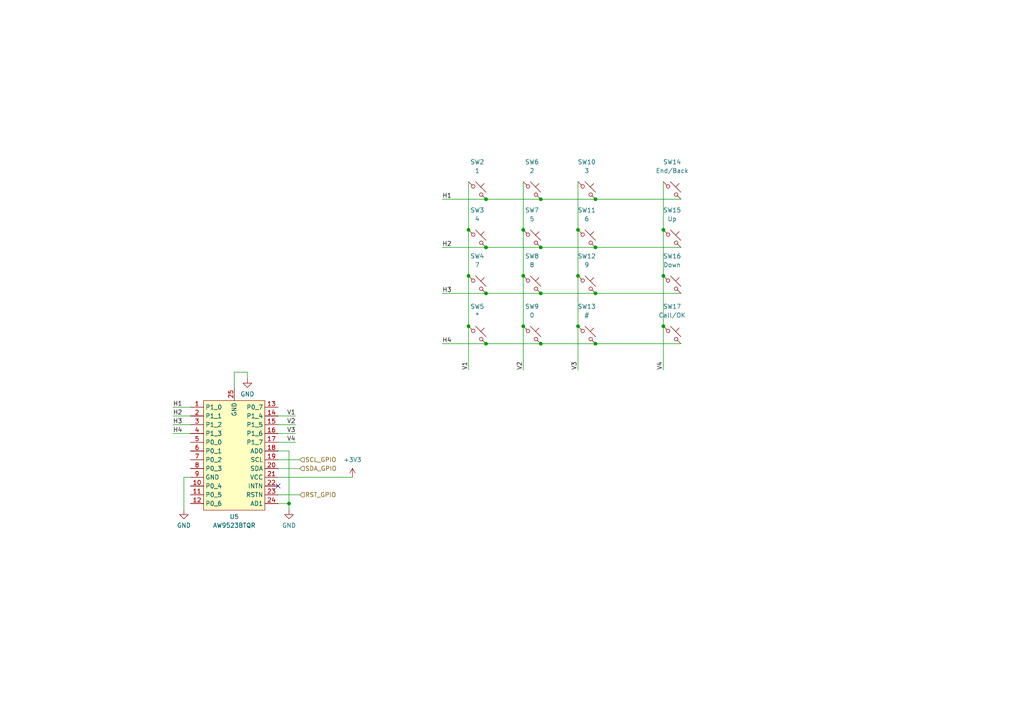
<source format=kicad_sch>
(kicad_sch (version 20211123) (generator eeschema)
  (paper "A4")
  (lib_symbols
    (symbol "JLCPCB:AW9523BTQR"
      (property "Reference" "U" (at 0 -17.145 0))
      (property "Value" "AW9523BTQR" (at 0 -19.685 0))
      (symbol "AW9523BTQR_0_1"
        (rectangle (start -8.89 16.51) (end 8.89 -15.24) (fill (type background)))
      )
      (symbol "AW9523BTQR_1_1"
        (pin passive line (at -12.7 14.605 0) (length 3.81) (name "P1_0") (number "1"))
        (pin passive line (at -12.7 -8.255 0) (length 3.81) (name "P0_4") (number "10"))
        (pin passive line (at -12.7 -10.795 0) (length 3.81) (name "P0_5") (number "11"))
        (pin passive line (at -12.7 -13.335 0) (length 3.81) (name "P0_6") (number "12"))
        (pin passive line (at 12.7 14.605 180) (length 3.81) (name "P0_7") (number "13"))
        (pin passive line (at 12.7 12.065 180) (length 3.81) (name "P1_4") (number "14"))
        (pin passive line (at 12.7 9.525 180) (length 3.81) (name "P1_5") (number "15"))
        (pin passive line (at 12.7 6.985 180) (length 3.81) (name "P1_6") (number "16"))
        (pin passive line (at 12.7 4.445 180) (length 3.81) (name "P1_7") (number "17"))
        (pin passive line (at 12.7 1.905 180) (length 3.81) (name "AD0") (number "18"))
        (pin passive line (at 12.7 -0.635 180) (length 3.81) (name "SCL") (number "19"))
        (pin passive line (at -12.7 12.065 0) (length 3.81) (name "P1_1") (number "2"))
        (pin passive line (at 12.7 -3.175 180) (length 3.81) (name "SDA") (number "20"))
        (pin passive line (at 12.7 -5.715 180) (length 3.81) (name "VCC") (number "21"))
        (pin passive line (at 12.7 -8.255 180) (length 3.81) (name "INTN") (number "22"))
        (pin passive line (at 12.7 -10.795 180) (length 3.81) (name "RSTN") (number "23"))
        (pin passive line (at 12.7 -13.335 180) (length 3.81) (name "AD1") (number "24"))
        (pin passive line (at 0 20.32 270) (length 3.81) (name "GND") (number "25"))
        (pin passive line (at -12.7 9.525 0) (length 3.81) (name "P1_2") (number "3"))
        (pin passive line (at -12.7 6.985 0) (length 3.81) (name "P1_3") (number "4"))
        (pin passive line (at -12.7 4.445 0) (length 3.81) (name "P0_0") (number "5"))
        (pin passive line (at -12.7 1.905 0) (length 3.81) (name "P0_1") (number "6"))
        (pin passive line (at -12.7 -0.635 0) (length 3.81) (name "P0_2") (number "7"))
        (pin passive line (at -12.7 -3.175 0) (length 3.81) (name "P0_3") (number "8"))
        (pin passive line (at -12.7 -5.715 0) (length 3.81) (name "GND") (number "9"))
      )
    )
    (symbol "Switch:SW_Push_45deg" (pin_numbers hide) (pin_names (offset 1.016) hide)
      (property "Reference" "SW" (at 3.048 1.016 0))
      (property "Value" "SW_Push_45deg" (at 0 -3.81 0))
      (symbol "SW_Push_45deg_0_1"
        (circle (center -1.1684 1.1684) (radius 0.508))
        (polyline (pts (xy -0.508 2.54) (xy 2.54 -0.508)))
        (polyline (pts (xy 1.016 1.016) (xy 2.032 2.032)))
        (polyline (pts (xy -2.54 2.54) (xy -1.524 1.524) (xy -1.524 1.524)))
        (polyline (pts (xy 1.524 -1.524) (xy 2.54 -2.54) (xy 2.54 -2.54) (xy 2.54 -2.54)))
        (circle (center 1.143 -1.1938) (radius 0.508))
        (pin passive line (at -2.54 2.54 0) (length 0) (name "1") (number "1"))
        (pin passive line (at 2.54 -2.54 180) (length 0) (name "2") (number "2"))
      )
    )
    (symbol "power:+3V3" (power) (pin_names (offset 0))
      (property "Value" "+3V3" (at 0 3.556 0))
      (symbol "+3V3_0_1"
        (polyline (pts (xy -0.762 1.27) (xy 0 2.54)))
        (polyline (pts (xy 0 0) (xy 0 2.54)))
        (polyline (pts (xy 0 2.54) (xy 0.762 1.27)))
      )
      (symbol "+3V3_1_1"
        (pin power_in line (at 0 0 90) (length 0) hide (name "+3V3") (number "1"))
      )
    )
    (symbol "power:GND" (power) (pin_names (offset 0))
      (property "Value" "GND" (at 0 -3.81 0))
      (symbol "GND_0_1"
        (polyline (pts (xy 0 0) (xy 0 -1.27) (xy 1.27 -1.27) (xy 0 -2.54) (xy -1.27 -1.27) (xy 0 -1.27)))
      )
      (symbol "GND_1_1"
        (pin power_in line (at 0 0 270) (length 0) hide (name "GND") (number "1"))
      )
    )
  )
  (junction (at 140.97 85.09))
  (junction (at 156.845 99.695))
  (junction (at 135.89 94.615))
  (junction (at 140.97 71.755))
  (junction (at 167.64 80.01))
  (junction (at 83.82 146.05))
  (junction (at 135.89 80.01))
  (junction (at 140.97 57.785))
  (junction (at 135.89 66.675))
  (junction (at 192.405 94.615))
  (junction (at 172.72 99.695))
  (junction (at 172.72 85.09))
  (junction (at 192.405 80.01))
  (junction (at 156.845 85.09))
  (junction (at 167.64 94.615))
  (junction (at 172.72 57.785))
  (junction (at 151.765 66.675))
  (junction (at 172.72 71.755))
  (junction (at 167.64 66.675))
  (junction (at 151.765 80.01))
  (junction (at 192.405 66.675))
  (junction (at 156.845 57.785))
  (junction (at 156.845 71.755))
  (junction (at 140.97 99.695))
  (junction (at 151.765 94.615))
  (no_connect (at 80.645 140.97))
  (wire (pts (xy 67.945 107.95) (xy 67.945 112.395)))
  (wire (pts (xy 80.645 123.19) (xy 85.725 123.19)))
  (wire (pts (xy 128.27 57.785) (xy 140.97 57.785)))
  (wire (pts (xy 80.645 130.81) (xy 83.82 130.81)))
  (wire (pts (xy 172.72 99.695) (xy 197.485 99.695)))
  (wire (pts (xy 156.845 71.755) (xy 172.72 71.755)))
  (wire (pts (xy 50.165 125.73) (xy 55.245 125.73)))
  (wire (pts (xy 192.405 66.675) (xy 192.405 80.01)))
  (wire (pts (xy 151.765 66.675) (xy 151.765 80.01)))
  (wire (pts (xy 83.82 146.05) (xy 83.82 147.955)))
  (wire (pts (xy 135.89 52.705) (xy 135.89 66.675)))
  (wire (pts (xy 167.64 66.675) (xy 167.64 80.01)))
  (wire (pts (xy 151.765 52.705) (xy 151.765 66.675)))
  (wire (pts (xy 140.97 99.695) (xy 156.845 99.695)))
  (wire (pts (xy 83.82 130.81) (xy 83.82 146.05)))
  (wire (pts (xy 167.64 94.615) (xy 167.64 107.315)))
  (wire (pts (xy 156.845 99.695) (xy 172.72 99.695)))
  (wire (pts (xy 140.97 85.09) (xy 156.845 85.09)))
  (wire (pts (xy 80.645 146.05) (xy 83.82 146.05)))
  (wire (pts (xy 80.645 120.65) (xy 85.725 120.65)))
  (wire (pts (xy 80.645 138.43) (xy 102.235 138.43)))
  (wire (pts (xy 140.97 57.785) (xy 156.845 57.785)))
  (wire (pts (xy 135.89 66.675) (xy 135.89 80.01)))
  (wire (pts (xy 192.405 80.01) (xy 192.405 94.615)))
  (wire (pts (xy 172.72 71.755) (xy 197.485 71.755)))
  (wire (pts (xy 80.645 135.89) (xy 86.995 135.89)))
  (wire (pts (xy 151.765 94.615) (xy 151.765 107.315)))
  (wire (pts (xy 80.645 128.27) (xy 85.725 128.27)))
  (wire (pts (xy 55.245 138.43) (xy 53.34 138.43)))
  (wire (pts (xy 192.405 52.705) (xy 192.405 66.675)))
  (wire (pts (xy 80.645 125.73) (xy 85.725 125.73)))
  (wire (pts (xy 53.34 138.43) (xy 53.34 147.955)))
  (wire (pts (xy 140.97 71.755) (xy 156.845 71.755)))
  (wire (pts (xy 50.165 118.11) (xy 55.245 118.11)))
  (wire (pts (xy 172.72 85.09) (xy 197.485 85.09)))
  (wire (pts (xy 172.72 57.785) (xy 197.485 57.785)))
  (wire (pts (xy 80.645 133.35) (xy 86.995 133.35)))
  (wire (pts (xy 80.645 143.51) (xy 86.995 143.51)))
  (wire (pts (xy 128.27 71.755) (xy 140.97 71.755)))
  (wire (pts (xy 151.765 80.01) (xy 151.765 94.615)))
  (wire (pts (xy 135.89 80.01) (xy 135.89 94.615)))
  (wire (pts (xy 128.27 85.09) (xy 140.97 85.09)))
  (wire (pts (xy 50.165 120.65) (xy 55.245 120.65)))
  (wire (pts (xy 71.755 109.855) (xy 71.755 107.95)))
  (wire (pts (xy 192.405 94.615) (xy 192.405 107.315)))
  (wire (pts (xy 50.165 123.19) (xy 55.245 123.19)))
  (wire (pts (xy 71.755 107.95) (xy 67.945 107.95)))
  (wire (pts (xy 156.845 85.09) (xy 172.72 85.09)))
  (wire (pts (xy 156.845 57.785) (xy 172.72 57.785)))
  (wire (pts (xy 128.27 99.695) (xy 140.97 99.695)))
  (wire (pts (xy 135.89 94.615) (xy 135.89 107.315)))
  (wire (pts (xy 167.64 80.01) (xy 167.64 94.615)))
  (wire (pts (xy 167.64 52.705) (xy 167.64 66.675)))
  (label "V2" (at 85.725 123.19 180))
  (label "V3" (at 167.64 107.315 90))
  (label "V4" (at 192.405 107.315 90))
  (label "H3" (at 128.27 85.09 0))
  (label "H3" (at 50.165 123.19 0))
  (label "V3" (at 85.725 125.73 180))
  (label "H4" (at 50.165 125.73 0))
  (label "V2" (at 151.765 107.315 90))
  (label "H1" (at 50.165 118.11 0))
  (label "H1" (at 128.27 57.785 0))
  (label "H2" (at 50.165 120.65 0))
  (label "V1" (at 135.89 107.315 90))
  (label "V4" (at 85.725 128.27 180))
  (label "H2" (at 128.27 71.755 0))
  (label "H4" (at 128.27 99.695 0))
  (label "V1" (at 85.725 120.65 180))
  (hierarchical_label "RST_GPIO" (shape input) (at 86.995 143.51 0))
  (hierarchical_label "SDA_GPIO" (shape input) (at 86.995 135.89 0))
  (hierarchical_label "SCL_GPIO" (shape input) (at 86.995 133.35 0))
  (symbol (lib_id "Switch:SW_Push_45deg") (at 194.945 69.215 0) (unit 1)
    (property "Reference" "SW15" (at 194.945 60.96 0))
    (property "Value" "Up" (at 194.945 63.5 0))
    (property "Footprint" "Keypad:snap dome" (effects hide))
  )
  (symbol (lib_id "Switch:SW_Push_45deg") (at 154.305 82.55 0) (unit 1)
    (property "Reference" "SW8" (at 154.305 74.295 0))
    (property "Value" "8" (at 154.305 76.835 0))
    (property "Footprint" "Keypad:snap dome" (effects hide))
  )
  (symbol (lib_id "power:GND") (at 53.34 147.955 0) (unit 1)
    (property "Reference" "#PWR045" (effects hide))
    (property "Value" "GND" (at 53.34 152.4 0))
  )
  (symbol (lib_id "Switch:SW_Push_45deg") (at 194.945 97.155 0) (unit 1)
    (property "Reference" "SW17" (at 194.945 88.9 0))
    (property "Value" "Call/OK" (at 194.945 91.44 0))
    (property "Footprint" "Keypad:snap dome" (effects hide))
  )
  (symbol (lib_id "Switch:SW_Push_45deg") (at 170.18 97.155 0) (unit 1)
    (property "Reference" "SW13" (at 170.18 88.9 0))
    (property "Value" "#" (at 170.18 91.44 0))
    (property "Footprint" "Keypad:snap dome" (effects hide))
  )
  (symbol (lib_id "Switch:SW_Push_45deg") (at 138.43 82.55 0) (unit 1)
    (property "Reference" "SW4" (at 138.43 74.295 0))
    (property "Value" "7" (at 138.43 76.835 0))
    (property "Footprint" "Keypad:snap dome" (effects hide))
  )
  (symbol (lib_id "Switch:SW_Push_45deg") (at 170.18 69.215 0) (unit 1)
    (property "Reference" "SW11" (at 170.18 60.96 0))
    (property "Value" "6" (at 170.18 63.5 0))
    (property "Footprint" "Keypad:snap dome" (effects hide))
  )
  (symbol (lib_id "Switch:SW_Push_45deg") (at 138.43 69.215 0) (unit 1)
    (property "Reference" "SW3" (at 138.43 60.96 0))
    (property "Value" "4" (at 138.43 63.5 0))
    (property "Footprint" "Keypad:snap dome" (effects hide))
  )
  (symbol (lib_id "Switch:SW_Push_45deg") (at 154.305 69.215 0) (unit 1)
    (property "Reference" "SW7" (at 154.305 60.96 0))
    (property "Value" "5" (at 154.305 63.5 0))
    (property "Footprint" "Keypad:snap dome" (effects hide))
  )
  (symbol (lib_id "JLCPCB:AW9523BTQR") (at 67.945 132.715 0) (unit 1)
    (property "Reference" "U5" (at 67.945 149.86 0))
    (property "Value" "AW9523BTQR" (at 67.945 152.4 0))
    (property "Footprint" "lib_fp:QFN-24_EP_4x4_Pitch0.5mm" (effects hide))
    (property "MPN" "C148077" (effects hide))
  )
  (symbol (lib_id "power:+3V3") (at 102.235 138.43 0) (unit 1)
    (property "Reference" "#PWR048" (effects hide))
    (property "Value" "+3V3" (at 102.235 133.35 0))
  )
  (symbol (lib_id "Switch:SW_Push_45deg") (at 170.18 82.55 0) (unit 1)
    (property "Reference" "SW12" (at 170.18 74.295 0))
    (property "Value" "9" (at 170.18 76.835 0))
    (property "Footprint" "Keypad:snap dome" (effects hide))
  )
  (symbol (lib_id "Switch:SW_Push_45deg") (at 154.305 55.245 0) (unit 1)
    (property "Reference" "SW6" (at 154.305 46.99 0))
    (property "Value" "2" (at 154.305 49.53 0))
    (property "Footprint" "Keypad:snap dome" (effects hide))
  )
  (symbol (lib_id "power:GND") (at 83.82 147.955 0) (unit 1)
    (property "Reference" "#PWR047" (effects hide))
    (property "Value" "GND" (at 83.82 152.4 0))
  )
  (symbol (lib_id "Switch:SW_Push_45deg") (at 138.43 55.245 0) (unit 1)
    (property "Reference" "SW2" (at 138.43 46.99 0))
    (property "Value" "1" (at 138.43 49.53 0))
    (property "Footprint" "Keypad:snap dome" (effects hide))
  )
  (symbol (lib_id "Switch:SW_Push_45deg") (at 154.305 97.155 0) (unit 1)
    (property "Reference" "SW9" (at 154.305 88.9 0))
    (property "Value" "0" (at 154.305 91.44 0))
    (property "Footprint" "Keypad:snap dome" (effects hide))
  )
  (symbol (lib_id "power:GND") (at 71.755 109.855 0) (unit 1)
    (property "Reference" "#PWR046" (effects hide))
    (property "Value" "GND" (at 71.755 114.3 0))
  )
  (symbol (lib_id "Switch:SW_Push_45deg") (at 194.945 82.55 0) (unit 1)
    (property "Reference" "SW16" (at 194.945 74.295 0))
    (property "Value" "Down" (at 194.945 76.835 0))
    (property "Footprint" "Keypad:snap dome" (effects hide))
  )
  (symbol (lib_id "Switch:SW_Push_45deg") (at 170.18 55.245 0) (unit 1)
    (property "Reference" "SW10" (at 170.18 46.99 0))
    (property "Value" "3" (at 170.18 49.53 0))
    (property "Footprint" "Keypad:snap dome" (effects hide))
  )
  (symbol (lib_id "Switch:SW_Push_45deg") (at 194.945 55.245 0) (unit 1)
    (property "Reference" "SW14" (at 194.945 46.99 0))
    (property "Value" "End/Back" (at 194.945 49.53 0))
    (property "Footprint" "Keypad:snap dome" (effects hide))
  )
  (symbol (lib_id "Switch:SW_Push_45deg") (at 138.43 97.155 0) (unit 1)
    (property "Reference" "SW5" (at 138.43 88.9 0))
    (property "Value" "*" (at 138.43 91.44 0))
    (property "Footprint" "Keypad:snap dome" (effects hide))
  )
)
</source>
